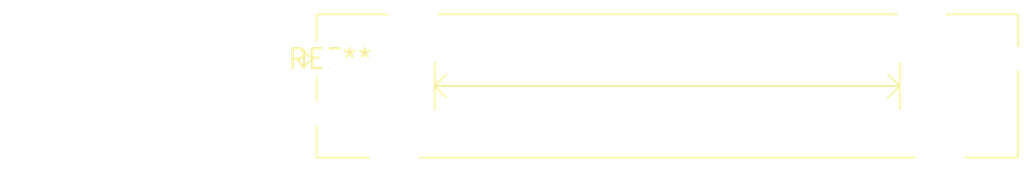
<source format=kicad_pcb>
(kicad_pcb (version 20240108) (generator pcbnew)
  (layers (0 "F.Cu" signal) (31 "B.Cu" signal) (34 "B.Paste" user) (35 "F.Paste" user) (36 "B.SilkS" user "B.Silkscreen") (37 "F.SilkS" user "F.Silkscreen") (38 "B.Mask" user) (39 "F.Mask" user) (44 "Edge.Cuts" user))
  (net 0 "")
  (footprint "Potentiometer_Bourns_PTA3043_Single_Slide" (layer "F.Cu") (at 0 0)
    (property "Reference" "REF**")
    (property "Value" "Potentiometer_Bourns_PTA3043_Single_Slide")
    (fp_line (start -1.675 -0.5) (end -1.675 0.5) (layer "F.SilkS") (stroke (width 0.12)))
    (fp_line (start -1.675 0.5) (end -1.175 0) (layer "F.SilkS") (stroke (width 0.12)))
    (fp_line (start -1.175 0) (end -1.675 -0.5) (layer "F.SilkS") (stroke (width 0.12)))
    (fp_line (start -0.87 -2.87) (end -0.87 -1.175) (layer "F.SilkS") (stroke (width 0.12)))
    (fp_line (start -0.87 -2.87) (end 3.715 -2.87) (layer "F.SilkS") (stroke (width 0.12)))
    (fp_line (start -0.87 1.175) (end -0.87 2.678) (layer "F.SilkS") (stroke (width 0.12)))
    (fp_line (start -0.87 4.323) (end -0.87 6.37) (layer "F.SilkS") (stroke (width 0.12)))
    (fp_line (start -0.87 6.37) (end 2.515 6.37) (layer "F.SilkS") (stroke (width 0.12)))
    (fp_line (start 5.786 6.37) (end 37.715 6.37) (layer "F.SilkS") (stroke (width 0.12)))
    (fp_line (start 6.75 0.25) (end 6.75 3.25) (layer "F.SilkS") (stroke (width 0.12)))
    (fp_line (start 6.75 1.75) (end 7.5 2.5) (layer "F.SilkS") (stroke (width 0.12)))
    (fp_line (start 6.75 1.75) (end 36.75 1.75) (layer "F.SilkS") (stroke (width 0.12)))
    (fp_line (start 6.986 -2.87) (end 36.515 -2.87) (layer "F.SilkS") (stroke (width 0.12)))
    (fp_line (start 7.5 1) (end 6.75 1.75) (layer "F.SilkS") (stroke (width 0.12)))
    (fp_line (start 36 1) (end 36.75 1.75) (layer "F.SilkS") (stroke (width 0.12)))
    (fp_line (start 36.75 0.25) (end 36.75 3.25) (layer "F.SilkS") (stroke (width 0.12)))
    (fp_line (start 36.75 1.75) (end 36 2.5) (layer "F.SilkS") (stroke (width 0.12)))
    (fp_line (start 39.786 -2.87) (end 44.37 -2.87) (layer "F.SilkS") (stroke (width 0.12)))
    (fp_line (start 40.986 6.37) (end 44.37 6.37) (layer "F.SilkS") (stroke (width 0.12)))
    (fp_line (start 44.37 -2.87) (end 44.37 -0.823) (layer "F.SilkS") (stroke (width 0.12)))
    (fp_line (start 44.37 0.823) (end 44.37 6.37) (layer "F.SilkS") (stroke (width 0.12)))
    (pad "1" thru_hole rect (at 0 0) (size 1.75 1.75) (drill 1.2) (layers *.Cu *.Mask) (remove_unused_layers))
    (pad "2" thru_hole circle (at 0 3.5) (size 1.75 1.75) (drill 1.2) (layers *.Cu *.Mask) (remove_unused_layers))
    (pad "3" thru_hole circle (at 43.5 0) (size 1.75 1.75) (drill 1.2) (layers *.Cu *.Mask) (remove_unused_layers))
    (pad "MP" thru_hole circle (at 4.15 5.95) (size 2.7 2.7) (drill 1.7) (layers *.Cu *.Mask) (remove_unused_layers))
    (pad "MP" thru_hole circle (at 5.35 -2.45) (size 2.7 2.7) (drill 1.7) (layers *.Cu *.Mask) (remove_unused_layers))
    (pad "MP" thru_hole circle (at 38.15 -2.45) (size 2.7 2.7) (drill 1.7) (layers *.Cu *.Mask) (remove_unused_layers))
    (pad "MP" thru_hole circle (at 39.35 5.95) (size 2.7 2.7) (drill 1.7) (layers *.Cu *.Mask) (remove_unused_layers))
  )
)
</source>
